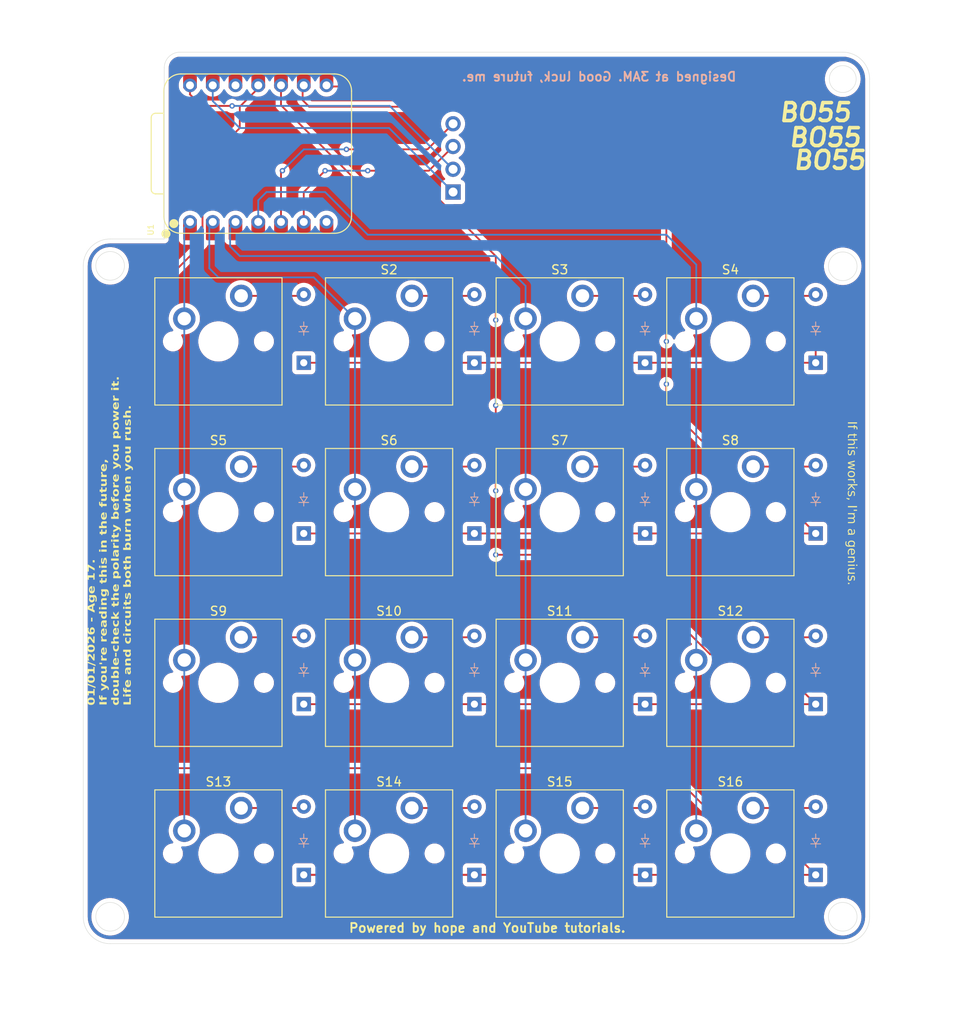
<source format=kicad_pcb>
(kicad_pcb (version 20241229) (generator "pcbnew") (generator_version "9.0")
  (layers (0 "F.Cu" signal) (2 "B.Cu" signal) (13 "F.Paste" user) (15 "B.Paste" user) (5 "F.SilkS" user "F.Silkscreen") (7 "B.SilkS" user "B.Silkscreen") (1 "F.Mask" user) (3 "B.Mask" user) (25 "Edge.Cuts" user))
  (net 0 "")
  (net 1 "Net-(D1-A)")
  (net 2 "ROW 0")
  (net 3 "Net-(D2-A)")
  (net 4 "Net-(D3-A)")
  (net 5 "Net-(D4-A)")
  (net 6 "Net-(D5-A)")
  (net 7 "ROW 1")
  (net 8 "Net-(D6-A)")
  (net 9 "Net-(D7-A)")
  (net 10 "Net-(D8-A)")
  (net 11 "ROW 2")
  (net 12 "Net-(D9-A)")
  (net 13 "Net-(D10-A)")
  (net 14 "Net-(D11-A)")
  (net 15 "Net-(D12-A)")
  (net 16 "Net-(D29-A)")
  (net 17 "ROW 3")
  (net 18 "Net-(D30-A)")
  (net 19 "Net-(D31-A)")
  (net 20 "Net-(D32-A)")
  (net 21 "Net-(J2-SDA)")
  (net 22 "Net-(J2-SCL)")
  (net 23 "Net-(J2-GND)")
  (net 24 "Net-(J2-VCC)")
  (net 25 "Column 0")
  (net 26 "Column 1")
  (net 27 "Column 2")
  (net 28 "Column 3")
  (footprint "ScottoKeebs_Components:OLED_128x32" (layer "F.Cu") (at 81.74375 30.68125)
    (property "Reference" "J2" (hide yes))
    (property "Value" "OLED_128x32")
    (pad "1" thru_hole rect (at 1.6 9.8 180) (size 1.7 1.7) (drill 1) (layers "*.Cu" "*.Mask") (net 23 "Net-(J2-GND)"))
    (pad "2" thru_hole oval (at 1.6 7.26 180) (size 1.7 1.7) (drill 1) (layers "*.Cu" "*.Mask") (net 24 "Net-(J2-VCC)"))
    (pad "3" thru_hole oval (at 1.6 4.72 180) (size 1.7 1.7) (drill 1) (layers "*.Cu" "*.Mask") (net 22 "Net-(J2-SCL)"))
    (pad "4" thru_hole oval (at 1.6 2.18 180) (size 1.7 1.7) (drill 1) (layers "*.Cu" "*.Mask") (net 21 "Net-(J2-SDA)"))
  )
  (footprint "ScottoKeebs_MX:MX_PCB_1.00u" (layer "F.Cu") (at 57.15 95.25)
    (property "Reference" "S9" (at 0 -8 0) (layer "F.SilkS"))
    (property "Value" "~")
    (pad "" np_thru_hole circle (at -5.08 0) (size 1.75 1.75) (drill 1.75) (layers "*.Cu" "*.Mask"))
    (pad "" np_thru_hole circle (at 0 0) (size 4 4) (drill 4) (layers "*.Cu" "*.Mask"))
    (pad "" np_thru_hole circle (at 5.08 0) (size 1.75 1.75) (drill 1.75) (layers "*.Cu" "*.Mask"))
    (pad "1" thru_hole circle (at -3.81 -2.54) (size 2.5 2.5) (drill 1.5) (layers "*.Cu" "*.Mask") (net 25 "Column 0"))
    (pad "2" thru_hole circle (at 2.54 -5.08) (size 2.5 2.5) (drill 1.5) (layers "*.Cu" "*.Mask") (net 12 "Net-(D9-A)"))
  )
  (footprint "ScottoKeebs_MX:MX_PCB_1.00u" (layer "F.Cu") (at 76.2 114.3)
    (property "Reference" "S14" (at 0 -8 0) (layer "F.SilkS"))
    (property "Value" "~")
    (pad "" np_thru_hole circle (at -5.08 0) (size 1.75 1.75) (drill 1.75) (layers "*.Cu" "*.Mask"))
    (pad "" np_thru_hole circle (at 0 0) (size 4 4) (drill 4) (layers "*.Cu" "*.Mask"))
    (pad "" np_thru_hole circle (at 5.08 0) (size 1.75 1.75) (drill 1.75) (layers "*.Cu" "*.Mask"))
    (pad "1" thru_hole circle (at -3.81 -2.54) (size 2.5 2.5) (drill 1.5) (layers "*.Cu" "*.Mask") (net 26 "Column 1"))
    (pad "2" thru_hole circle (at 2.54 -5.08) (size 2.5 2.5) (drill 1.5) (layers "*.Cu" "*.Mask") (net 18 "Net-(D30-A)"))
  )
  (footprint "ScottoKeebs_MX:MX_PCB_1.00u" (layer "F.Cu") (at 95.25 57.15)
    (property "Reference" "S3" (at 0 -8 0) (layer "F.SilkS"))
    (property "Value" "~")
    (pad "" np_thru_hole circle (at -5.08 0) (size 1.75 1.75) (drill 1.75) (layers "*.Cu" "*.Mask"))
    (pad "" np_thru_hole circle (at 0 0) (size 4 4) (drill 4) (layers "*.Cu" "*.Mask"))
    (pad "" np_thru_hole circle (at 5.08 0) (size 1.75 1.75) (drill 1.75) (layers "*.Cu" "*.Mask"))
    (pad "1" thru_hole circle (at -3.81 -2.54) (size 2.5 2.5) (drill 1.5) (layers "*.Cu" "*.Mask") (net 27 "Column 2"))
    (pad "2" thru_hole circle (at 2.54 -5.08) (size 2.5 2.5) (drill 1.5) (layers "*.Cu" "*.Mask") (net 4 "Net-(D3-A)"))
  )
  (footprint "ScottoKeebs_MX:MX_PCB_1.00u" (layer "F.Cu") (at 114.3 114.3)
    (property "Reference" "S16" (at 0 -8 0) (layer "F.SilkS"))
    (property "Value" "~")
    (pad "" np_thru_hole circle (at -5.08 0) (size 1.75 1.75) (drill 1.75) (layers "*.Cu" "*.Mask"))
    (pad "" np_thru_hole circle (at 0 0) (size 4 4) (drill 4) (layers "*.Cu" "*.Mask"))
    (pad "" np_thru_hole circle (at 5.08 0) (size 1.75 1.75) (drill 1.75) (layers "*.Cu" "*.Mask"))
    (pad "1" thru_hole circle (at -3.81 -2.54) (size 2.5 2.5) (drill 1.5) (layers "*.Cu" "*.Mask") (net 28 "Column 3"))
    (pad "2" thru_hole circle (at 2.54 -5.08) (size 2.5 2.5) (drill 1.5) (layers "*.Cu" "*.Mask") (net 20 "Net-(D32-A)"))
  )
  (footprint "OPL lib:XIAO-RP2040-DIP" (layer "F.Cu") (at 61.595 36.195 90)
    (property "Reference" "U1" (at -8.5 -12 90) (layer "F.SilkS") (effects (font (size 0.635 0.635) (thickness 0.1016))))
    (property "Value" "XIAO-RP2040-DIP")
    (pad "1" smd roundrect (at -8.455 -7.62 270) (size 2.432 1.524) (layers "F.Cu" "F.Mask") (roundrect_rratio 0.1) (net 25 "Column 0"))
    (pad "1" thru_hole circle (at -7.62 -7.62 270) (size 1.524 1.524) (drill 0.889) (layers "*.Cu" "*.Mask") (net 25 "Column 0"))
    (pad "2" smd roundrect (at -8.455 -5.08 270) (size 2.432 1.524) (layers "F.Cu" "F.Mask") (roundrect_rratio 0.1) (net 26 "Column 1"))
    (pad "2" thru_hole circle (at -7.62 -5.08 270) (size 1.524 1.524) (drill 0.889) (layers "*.Cu" "*.Mask") (net 26 "Column 1"))
    (pad "3" smd roundrect (at -8.455 -2.54 270) (size 2.432 1.524) (layers "F.Cu" "F.Mask") (roundrect_rratio 0.1) (net 27 "Column 2"))
    (pad "3" thru_hole circle (at -7.62 -2.54 270) (size 1.524 1.524) (drill 0.889) (layers "*.Cu" "*.Mask") (net 27 "Column 2"))
    (pad "4" smd roundrect (at -8.455 0 270) (size 2.432 1.524) (layers "F.Cu" "F.Mask") (roundrect_rratio 0.1) (net 28 "Column 3"))
    (pad "4" thru_hole circle (at -7.62 0 270) (size 1.524 1.524) (drill 0.889) (layers "*.Cu" "*.Mask") (net 28 "Column 3"))
    (pad "5" smd roundrect (at -8.455 2.54 270) (size 2.432 1.524) (layers "F.Cu" "F.Mask") (roundrect_rratio 0.1) (net 21 "Net-(J2-SDA)"))
    (pad "5" thru_hole circle (at -7.62 2.54 270) (size 1.524 1.524) (drill 0.889) (layers "*.Cu" "*.Mask") (net 21 "Net-(J2-SDA)"))
    (pad "6" smd roundrect (at -8.455 5.08 270) (size 2.432 1.524) (layers "F.Cu" "F.Mask") (roundrect_rratio 0.1) (net 22 "Net-(J2-SCL)"))
    (pad "6" thru_hole circle (at -7.62 5.08 270) (size 1.524 1.524) (drill 0.889) (layers "*.Cu" "*.Mask") (net 22 "Net-(J2-SCL)"))
    (pad "7" smd roundrect (at -8.455 7.62 270) (size 2.432 1.524) (layers "F.Cu" "F.Mask") (roundrect_rratio 0.1))
    (pad "7" thru_hole circle (at -7.62 7.62 270) (size 1.524 1.524) (drill 0.889) (layers "*.Cu" "*.Mask"))
    (pad "8" thru_hole circle (at 7.62 7.62 90) (size 1.524 1.524) (drill 0.889) (layers "*.Cu" "*.Mask") (net 2 "ROW 0"))
    (pad "8" smd roundrect (at 8.455 7.62 90) (size 2.432 1.524) (layers "F.Cu" "F.Mask") (roundrect_rratio 0.1) (net 2 "ROW 0"))
    (pad "9" thru_hole circle (at 7.62 5.08 90) (size 1.524 1.524) (drill 0.889) (layers "*.Cu" "*.Mask") (net 7 "ROW 1"))
    (pad "9" smd roundrect (at 8.455 5.08 90) (size 2.432 1.524) (layers "F.Cu" "F.Mask") (roundrect_rratio 0.1) (net 7 "ROW 1"))
    (pad "10" thru_hole circle (at 7.62 2.54 90) (size 1.524 1.524) (drill 0.889) (layers "*.Cu" "*.Mask") (net 11 "ROW 2"))
    (pad "10" smd roundrect (at 8.455 2.54 90) (size 2.432 1.524) (layers "F.Cu" "F.Mask") (roundrect_rratio 0.1) (net 11 "ROW 2"))
    (pad "11" thru_hole circle (at 7.62 0 90) (size 1.524 1.524) (drill 0.889) (layers "*.Cu" "*.Mask") (net 17 "ROW 3"))
    (pad "11" smd roundrect (at 8.455 0 90) (size 2.432 1.524) (layers "F.Cu" "F.Mask") (roundrect_rratio 0.1) (net 17 "ROW 3"))
    (pad "12" thru_hole circle (at 7.62 -2.54 90) (size 1.524 1.524) (drill 0.889) (layers "*.Cu" "*.Mask"))
    (pad "12" smd roundrect (at 8.455 -2.54 90) (size 2.432 1.524) (layers "F.Cu" "F.Mask") (roundrect_rratio 0.1))
    (pad "13" thru_hole circle (at 7.62 -5.08 90) (size 1.524 1.524) (drill 0.889) (layers "*.Cu" "*.Mask") (net 23 "Net-(J2-GND)"))
    (pad "13" smd roundrect (at 8.455 -5.08 90) (size 2.432 1.524) (layers "F.Cu" "F.Mask") (roundrect_rratio 0.1) (net 23 "Net-(J2-GND)"))
    (pad "14" thru_hole circle (at 7.62 -7.62 90) (size 1.524 1.524) (drill 0.889) (layers "*.Cu" "*.Mask") (net 24 "Net-(J2-VCC)"))
    (pad "14" smd roundrect (at 8.455 -7.62 90) (size 2.432 1.524) (layers "F.Cu" "F.Mask") (roundrect_rratio 0.1) (net 24 "Net-(J2-VCC)"))
  )
  (footprint "ScottoKeebs_MX:MX_PCB_1.00u" (layer "F.Cu") (at 57.15 57.15)
    (property "Reference" "S1" (hide yes))
    (property "Value" "~")
    (pad "" np_thru_hole circle (at -5.08 0) (size 1.75 1.75) (drill 1.75) (layers "*.Cu" "*.Mask"))
    (pad "" np_thru_hole circle (at 0 0) (size 4 4) (drill 4) (layers "*.Cu" "*.Mask"))
    (pad "" np_thru_hole circle (at 5.08 0) (size 1.75 1.75) (drill 1.75) (layers "*.Cu" "*.Mask"))
    (pad "1" thru_hole circle (at -3.81 -2.54) (size 2.5 2.5) (drill 1.5) (layers "*.Cu" "*.Mask") (net 25 "Column 0"))
    (pad "2" thru_hole circle (at 2.54 -5.08) (size 2.5 2.5) (drill 1.5) (layers "*.Cu" "*.Mask") (net 1 "Net-(D1-A)"))
  )
  (footprint "ScottoKeebs_MX:MX_PCB_1.00u" (layer "F.Cu") (at 76.2 76.2)
    (property "Reference" "S6" (at 0 -8 0) (layer "F.SilkS"))
    (property "Value" "~")
    (pad "" np_thru_hole circle (at -5.08 0) (size 1.75 1.75) (drill 1.75) (layers "*.Cu" "*.Mask"))
    (pad "" np_thru_hole circle (at 0 0) (size 4 4) (drill 4) (layers "*.Cu" "*.Mask"))
    (pad "" np_thru_hole circle (at 5.08 0) (size 1.75 1.75) (drill 1.75) (layers "*.Cu" "*.Mask"))
    (pad "1" thru_hole circle (at -3.81 -2.54) (size 2.5 2.5) (drill 1.5) (layers "*.Cu" "*.Mask") (net 26 "Column 1"))
    (pad "2" thru_hole circle (at 2.54 -5.08) (size 2.5 2.5) (drill 1.5) (layers "*.Cu" "*.Mask") (net 8 "Net-(D6-A)"))
  )
  (footprint "ScottoKeebs_MX:MX_PCB_1.00u" (layer "F.Cu") (at 114.3 57.15)
    (property "Reference" "S4" (at 0 -8 0) (layer "F.SilkS"))
    (property "Value" "~")
    (pad "" np_thru_hole circle (at -5.08 0) (size 1.75 1.75) (drill 1.75) (layers "*.Cu" "*.Mask"))
    (pad "" np_thru_hole circle (at 0 0) (size 4 4) (drill 4) (layers "*.Cu" "*.Mask"))
    (pad "" np_thru_hole circle (at 5.08 0) (size 1.75 1.75) (drill 1.75) (layers "*.Cu" "*.Mask"))
    (pad "1" thru_hole circle (at -3.81 -2.54) (size 2.5 2.5) (drill 1.5) (layers "*.Cu" "*.Mask") (net 28 "Column 3"))
    (pad "2" thru_hole circle (at 2.54 -5.08) (size 2.5 2.5) (drill 1.5) (layers "*.Cu" "*.Mask") (net 5 "Net-(D4-A)"))
  )
  (footprint "ScottoKeebs_MX:MX_PCB_1.00u" (layer "F.Cu") (at 57.15 114.3)
    (property "Reference" "S13" (at 0 -8 0) (layer "F.SilkS"))
    (property "Value" "~")
    (pad "" np_thru_hole circle (at -5.08 0) (size 1.75 1.75) (drill 1.75) (layers "*.Cu" "*.Mask"))
    (pad "" np_thru_hole circle (at 0 0) (size 4 4) (drill 4) (layers "*.Cu" "*.Mask"))
    (pad "" np_thru_hole circle (at 5.08 0) (size 1.75 1.75) (drill 1.75) (layers "*.Cu" "*.Mask"))
    (pad "1" thru_hole circle (at -3.81 -2.54) (size 2.5 2.5) (drill 1.5) (layers "*.Cu" "*.Mask") (net 25 "Column 0"))
    (pad "2" thru_hole circle (at 2.54 -5.08) (size 2.5 2.5) (drill 1.5) (layers "*.Cu" "*.Mask") (net 16 "Net-(D29-A)"))
  )
  (footprint "ScottoKeebs_MX:MX_PCB_1.00u" (layer "F.Cu") (at 95.25 114.3)
    (property "Reference" "S15" (at 0 -8 0) (layer "F.SilkS"))
    (property "Value" "~")
    (pad "" np_thru_hole circle (at -5.08 0) (size 1.75 1.75) (drill 1.75) (layers "*.Cu" "*.Mask"))
    (pad "" np_thru_hole circle (at 0 0) (size 4 4) (drill 4) (layers "*.Cu" "*.Mask"))
    (pad "" np_thru_hole circle (at 5.08 0) (size 1.75 1.75) (drill 1.75) (layers "*.Cu" "*.Mask"))
    (pad "1" thru_hole circle (at -3.81 -2.54) (size 2.5 2.5) (drill 1.5) (layers "*.Cu" "*.Mask") (net 27 "Column 2"))
    (pad "2" thru_hole circle (at 2.54 -5.08) (size 2.5 2.5) (drill 1.5) (layers "*.Cu" "*.Mask") (net 19 "Net-(D31-A)"))
  )
  (footprint "ScottoKeebs_MX:MX_PCB_1.00u" (layer "F.Cu") (at 76.2 95.25)
    (property "Reference" "S10" (at 0 -8 0) (layer "F.SilkS"))
    (property "Value" "~")
    (pad "" np_thru_hole circle (at -5.08 0) (size 1.75 1.75) (drill 1.75) (layers "*.Cu" "*.Mask"))
    (pad "" np_thru_hole circle (at 0 0) (size 4 4) (drill 4) (layers "*.Cu" "*.Mask"))
    (pad "" np_thru_hole circle (at 5.08 0) (size 1.75 1.75) (drill 1.75) (layers "*.Cu" "*.Mask"))
    (pad "1" thru_hole circle (at -3.81 -2.54) (size 2.5 2.5) (drill 1.5) (layers "*.Cu" "*.Mask") (net 26 "Column 1"))
    (pad "2" thru_hole circle (at 2.54 -5.08) (size 2.5 2.5) (drill 1.5) (layers "*.Cu" "*.Mask") (net 13 "Net-(D10-A)"))
  )
  (footprint "ScottoKeebs_MX:MX_PCB_1.00u" (layer "F.Cu") (at 57.15 76.2)
    (property "Reference" "S5" (at 0 -8 0) (layer "F.SilkS"))
    (property "Value" "~")
    (pad "" np_thru_hole circle (at -5.08 0) (size 1.75 1.75) (drill 1.75) (layers "*.Cu" "*.Mask"))
    (pad "" np_thru_hole circle (at 0 0) (size 4 4) (drill 4) (layers "*.Cu" "*.Mask"))
    (pad "" np_thru_hole circle (at 5.08 0) (size 1.75 1.75) (drill 1.75) (layers "*.Cu" "*.Mask"))
    (pad "1" thru_hole circle (at -3.81 -2.54) (size 2.5 2.5) (drill 1.5) (layers "*.Cu" "*.Mask") (net 25 "Column 0"))
    (pad "2" thru_hole circle (at 2.54 -5.08) (size 2.5 2.5) (drill 1.5) (layers "*.Cu" "*.Mask") (net 6 "Net-(D5-A)"))
  )
  (footprint "ScottoKeebs_MX:MX_PCB_1.00u" (layer "F.Cu") (at 76.2 57.15)
    (property "Reference" "S2" (at 0 -8 0) (layer "F.SilkS"))
    (property "Value" "~")
    (pad "" np_thru_hole circle (at -5.08 0) (size 1.75 1.75) (drill 1.75) (layers "*.Cu" "*.Mask"))
    (pad "" np_thru_hole circle (at 0 0) (size 4 4) (drill 4) (layers "*.Cu" "*.Mask"))
    (pad "" np_thru_hole circle (at 5.08 0) (size 1.75 1.75) (drill 1.75) (layers "*.Cu" "*.Mask"))
    (pad "1" thru_hole circle (at -3.81 -2.54) (size 2.5 2.5) (drill 1.5) (layers "*.Cu" "*.Mask") (net 26 "Column 1"))
    (pad "2" thru_hole circle (at 2.54 -5.08) (size 2.5 2.5) (drill 1.5) (layers "*.Cu" "*.Mask") (net 3 "Net-(D2-A)"))
  )
  (footprint "ScottoKeebs_MX:MX_PCB_1.00u" (layer "F.Cu") (at 114.3 76.2)
    (property "Reference" "S8" (at 0 -8 0) (layer "F.SilkS"))
    (property "Value" "~")
    (pad "" np_thru_hole circle (at -5.08 0) (size 1.75 1.75) (drill 1.75) (layers "*.Cu" "*.Mask"))
    (pad "" np_thru_hole circle (at 0 0) (size 4 4) (drill 4) (layers "*.Cu" "*.Mask"))
    (pad "" np_thru_hole circle (at 5.08 0) (size 1.75 1.75) (drill 1.75) (layers "*.Cu" "*.Mask"))
    (pad "1" thru_hole circle (at -3.81 -2.54) (size 2.5 2.5) (drill 1.5) (layers "*.Cu" "*.Mask") (net 28 "Column 3"))
    (pad "2" thru_hole circle (at 2.54 -5.08) (size 2.5 2.5) (drill 1.5) (layers "*.Cu" "*.Mask") (net 10 "Net-(D8-A)"))
  )
  (footprint "ScottoKeebs_MX:MX_PCB_1.00u" (layer "F.Cu") (at 95.25 76.2)
    (property "Reference" "S7" (at 0 -8 0) (layer "F.SilkS"))
    (property "Value" "~")
    (pad "" np_thru_hole circle (at -5.08 0) (size 1.75 1.75) (drill 1.75) (layers "*.Cu" "*.Mask"))
    (pad "" np_thru_hole circle (at 0 0) (size 4 4) (drill 4) (layers "*.Cu" "*.Mask"))
    (pad "" np_thru_hole circle (at 5.08 0) (size 1.75 1.75) (drill 1.75) (layers "*.Cu" "*.Mask"))
    (pad "1" thru_hole circle (at -3.81 -2.54) (size 2.5 2.5) (drill 1.5) (layers "*.Cu" "*.Mask") (net 27 "Column 2"))
    (pad "2" thru_hole circle (at 2.54 -5.08) (size 2.5 2.5) (drill 1.5) (layers "*.Cu" "*.Mask") (net 9 "Net-(D7-A)"))
  )
  (footprint "ScottoKeebs_MX:MX_PCB_1.00u" (layer "F.Cu") (at 114.3 95.25)
    (property "Reference" "S12" (at 0 -8 0) (layer "F.SilkS"))
    (property "Value" "~")
    (pad "" np_thru_hole circle (at -5.08 0) (size 1.75 1.75) (drill 1.75) (layers "*.Cu" "*.Mask"))
    (pad "" np_thru_hole circle (at 0 0) (size 4 4) (drill 4) (layers "*.Cu" "*.Mask"))
    (pad "" np_thru_hole circle (at 5.08 0) (size 1.75 1.75) (drill 1.75) (layers "*.Cu" "*.Mask"))
    (pad "1" thru_hole circle (at -3.81 -2.54) (size 2.5 2.5) (drill 1.5) (layers "*.Cu" "*.Mask") (net 28 "Column 3"))
    (pad "2" thru_hole circle (at 2.54 -5.08) (size 2.5 2.5) (drill 1.5) (layers "*.Cu" "*.Mask") (net 15 "Net-(D12-A)"))
  )
  (footprint "ScottoKeebs_MX:MX_PCB_1.00u" (layer "F.Cu") (at 95.25 95.25)
    (property "Reference" "S11" (at 0 -8 0) (layer "F.SilkS"))
    (property "Value" "~")
    (pad "" np_thru_hole circle (at -5.08 0) (size 1.75 1.75) (drill 1.75) (layers "*.Cu" "*.Mask"))
    (pad "" np_thru_hole circle (at 0 0) (size 4 4) (drill 4) (layers "*.Cu" "*.Mask"))
    (pad "" np_thru_hole circle (at 5.08 0) (size 1.75 1.75) (drill 1.75) (layers "*.Cu" "*.Mask"))
    (pad "1" thru_hole circle (at -3.81 -2.54) (size 2.5 2.5) (drill 1.5) (layers "*.Cu" "*.Mask") (net 27 "Column 2"))
    (pad "2" thru_hole circle (at 2.54 -5.08) (size 2.5 2.5) (drill 1.5) (layers "*.Cu" "*.Mask") (net 14 "Net-(D11-A)"))
  )
  (footprint "ScottoKeebs_Components:Diode_DO-35" (layer "B.Cu") (at 85.725 97.63125 90)
    (property "Reference" "D10" (hide yes))
    (property "Value" "~" (hide yes))
    (pad "1" thru_hole rect (at 0 0 90) (size 1.6 1.6) (drill 0.8) (layers "*.Cu" "*.Mask") (net 11 "ROW 2"))
    (pad "2" thru_hole oval (at 7.62 0 90) (size 1.6 1.6) (drill 0.8) (layers "*.Cu" "*.Mask") (net 13 "Net-(D10-A)"))
  )
  (footprint "ScottoKeebs_Components:Diode_DO-35" (layer "B.Cu") (at 104.775 59.53125 90)
    (property "Reference" "D3" (hide yes))
    (property "Value" "~" (hide yes))
    (pad "1" thru_hole rect (at 0 0 90) (size 1.6 1.6) (drill 0.8) (layers "*.Cu" "*.Mask") (net 2 "ROW 0"))
    (pad "2" thru_hole oval (at 7.62 0 90) (size 1.6 1.6) (drill 0.8) (layers "*.Cu" "*.Mask") (net 4 "Net-(D3-A)"))
  )
  (footprint "ScottoKeebs_Components:Diode_DO-35" (layer "B.Cu") (at 104.775 78.58125 90)
    (property "Reference" "D7" (hide yes))
    (property "Value" "~" (hide yes))
    (pad "1" thru_hole rect (at 0 0 90) (size 1.6 1.6) (drill 0.8) (layers "*.Cu" "*.Mask") (net 7 "ROW 1"))
    (pad "2" thru_hole oval (at 7.62 0 90) (size 1.6 1.6) (drill 0.8) (layers "*.Cu" "*.Mask") (net 9 "Net-(D7-A)"))
  )
  (footprint "ScottoKeebs_Components:Diode_DO-35" (layer "B.Cu") (at 104.775 116.68125 90)
    (property "Reference" "D31" (hide yes))
    (property "Value" "~" (hide yes))
    (pad "1" thru_hole rect (at 0 0 90) (size 1.6 1.6) (drill 0.8) (layers "*.Cu" "*.Mask") (net 17 "ROW 3"))
    (pad "2" thru_hole oval (at 7.62 0 90) (size 1.6 1.6) (drill 0.8) (layers "*.Cu" "*.Mask") (net 19 "Net-(D31-A)"))
  )
  (footprint "ScottoKeebs_Components:Diode_DO-35" (layer "B.Cu") (at 85.725 59.53125 90)
    (property "Reference" "D2" (hide yes))
    (property "Value" "~" (hide yes))
    (pad "1" thru_hole rect (at 0 0 90) (size 1.6 1.6) (drill 0.8) (layers "*.Cu" "*.Mask") (net 2 "ROW 0"))
    (pad "2" thru_hole oval (at 7.62 0 90) (size 1.6 1.6) (drill 0.8) (layers "*.Cu" "*.Mask") (net 3 "Net-(D2-A)"))
  )
  (footprint "ScottoKeebs_Components:Diode_DO-35" (layer "B.Cu") (at 123.825 116.68125 90)
    (property "Reference" "D32" (hide yes))
    (property "Value" "~" (hide yes))
    (pad "1" thru_hole rect (at 0 0 90) (size 1.6 1.6) (drill 0.8) (layers "*.Cu" "*.Mask") (net 17 "ROW 3"))
    (pad "2" thru_hole oval (at 7.62 0 90) (size 1.6 1.6) (drill 0.8) (layers "*.Cu" "*.Mask") (net 20 "Net-(D32-A)"))
  )
  (footprint "ScottoKeebs_Components:Diode_DO-35" (layer "B.Cu") (at 85.725 78.58125 90)
    (property "Reference" "D6" (hide yes))
    (property "Value" "~" (hide yes))
    (pad "1" thru_hole rect (at 0 0 90) (size 1.6 1.6) (drill 0.8) (layers "*.Cu" "*.Mask") (net 7 "ROW 1"))
    (pad "2" thru_hole oval (at 7.62 0 90) (size 1.6 1.6) (drill 0.8) (layers "*.Cu" "*.Mask") (net 8 "Net-(D6-A)"))
  )
  (footprint "ScottoKeebs_Components:Diode_DO-35" (layer "B.Cu") (at 66.675 78.58125 90)
    (property "Reference" "D5" (hide yes))
    (property "Value" "~" (hide yes))
    (pad "1" thru_hole rect (at 0 0 90) (size 1.6 1.6) (drill 0.8) (layers "*.Cu" "*.Mask") (net 7 "ROW 1"))
    (pad "2" thru_hole oval (at 7.62 0 90) (size 1.6 1.6) (drill 0.8) (layers "*.Cu" "*.Mask") (net 6 "Net-(D5-A)"))
  )
  (footprint "ScottoKeebs_Components:Diode_DO-35" (layer "B.Cu") (at 66.675 59.53125 90)
    (property "Reference" "D1" (hide yes))
    (property "Value" "~" (hide yes))
    (pad "1" thru_hole rect (at 0 0 90) (size 1.6 1.6) (drill 0.8) (layers "*.Cu" "*.Mask") (net 2 "ROW 0"))
    (pad "2" thru_hole oval (at 7.62 0 90) (size 1.6 1.6) (drill 0.8) (layers "*.Cu" "*.Mask") (net 1 "Net-(D1-A)"))
  )
  (footprint "ScottoKeebs_Components:Diode_DO-35" (layer "B.Cu") (at 123.825 97.63125 90)
    (property "Reference" "D12" (hide yes))
    (property "Value" "~" (hide yes))
    (pad "1" thru_hole rect (at 0 0 90) (size 1.6 1.6) (drill 0.8) (layers "*.Cu" "*.Mask") (net 11 "ROW 2"))
    (pad "2" thru_hole oval (at 7.62 0 90) (size 1.6 1.6) (drill 0.8) (layers "*.Cu" "*.Mask") (net 15 "Net-(D12-A)"))
  )
  (footprint "ScottoKeebs_Components:Diode_DO-35" (layer "B.Cu") (at 123.825 59.53125 90)
    (property "Reference" "D4" (hide yes))
    (property "Value" "~" (hide yes))
    (pad "1" thru_hole rect (at 0 0 90) (size 1.6 1.6) (drill 0.8) (layers "*.Cu" "*.Mask") (net 2 "ROW 0"))
    (pad "2" thru_hole oval (at 7.62 0 90) (size 1.6 1.6) (drill 0.8) (layers "*.Cu" "*.Mask") (net 5 "Net-(D4-A)"))
  )
  (footprint "ScottoKeebs_Components:Diode_DO-35" (layer "B.Cu") (at 123.825 78.58125 90)
    (property "Reference" "D8" (hide yes))
    (property "Value" "~" (hide yes))
    (pad "1" thru_hole rect (at 0 0 90) (size 1.6 1.6) (drill 0.8) (layers "*.Cu" "*.Mask") (net 7 "ROW 1"))
    (pad "2" thru_hole oval (at 7.62 0 90) (size 1.6 1.6) (drill 0.8) (layers "*.Cu" "*.Mask") (net 10 "Net-(D8-A)"))
  )
  (footprint "ScottoKeebs_Components:Diode_DO-35" (layer "B.Cu") (at 104.775 97.63125 90)
    (property "Reference" "D11" (hide yes))
    (property "Value" "~" (hide yes))
    (pad "1" thru_hole rect (at 0 0 90) (size 1.6 1.6) (drill 0.8) (layers "*.Cu" "*.Mask") (net 11 "ROW 2"))
    (pad "2" thru_hole oval (at 7.62 0 90) (size 1.6 1.6) (drill 0.8) (layers "*.Cu" "*.Mask") (net 14 "Net-(D11-A)"))
  )
  (footprint "ScottoKeebs_Components:Diode_DO-35" (layer "B.Cu") (at 66.675 116.68125 90)
    (property "Reference" "D29" (hide yes))
    (property "Value" "~" (hide yes))
    (pad "1" thru_hole rect (at 0 0 90) (size 1.6 1.6) (drill 0.8) (layers "*.Cu" "*.Mask") (net 17 "ROW 3"))
    (pad "2" thru_hole oval (at 7.62 0 90) (size 1.6 1.6) (drill 0.8) (layers "*.Cu" "*.Mask") (net 16 "Net-(D29-A)"))
  )
  (footprint "ScottoKeebs_Components:Diode_DO-35" (layer "B.Cu") (at 66.675 97.63125 90)
    (property "Reference" "D9" (hide yes))
    (property "Value" "~" (hide yes))
    (pad "1" thru_hole rect (at 0 0 90) (size 1.6 1.6) (drill 0.8) (layers "*.Cu" "*.Mask") (net 11 "ROW 2"))
    (pad "2" thru_hole oval (at 7.62 0 90) (size 1.6 1.6) (drill 0.8) (layers "*.Cu" "*.Mask") (net 12 "Net-(D9-A)"))
  )
  (footprint "ScottoKeebs_Components:Diode_DO-35" (layer "B.Cu") (at 85.725 116.68125 90)
    (property "Reference" "D30" (hide yes))
    (property "Value" "~" (hide yes))
    (pad "1" thru_hole rect (at 0 0 90) (size 1.6 1.6) (drill 0.8) (layers "*.Cu" "*.Mask") (net 17 "ROW 3"))
    (pad "2" thru_hole oval (at 7.62 0 90) (size 1.6 1.6) (drill 0.8) (layers "*.Cu" "*.Mask") (net 18 "Net-(D30-A)"))
  )
  (gr_line (start 126.8448 124.3584) (end 45.0596 124.3584) (stroke (width 0.05)) (layer "Edge.Cuts"))
  (gr_circle (center 126.8448 48.768) (end 128.4448 48.768) (stroke (width 0.05)) (fill no) (layer "Edge.Cuts"))
  (gr_line (start 51.1048 45.72) (end 51.1048 26.6192) (stroke (width 0.05)) (layer "Edge.Cuts"))
  (gr_arc (start 129.8448 121.3584) (mid 128.96612 123.47972) (end 126.8448 124.3584) (stroke (width 0.05)) (layer "Edge.Cuts"))
  (gr_circle (center 126.8448 27.8732) (end 128.3448 27.8732) (stroke (width 0.05)) (fill no) (layer "Edge.Cuts"))
  (gr_line (start 45.0596 45.72) (end 51.1048 45.72) (stroke (width 0.05)) (layer "Edge.Cuts"))
  (gr_line (start 52.8508 24.8732) (end 126.8448 24.8732) (stroke (width 0.05)) (layer "Edge.Cuts"))
  (gr_arc (start 51.1048 26.6192) (mid 51.616192 25.384592) (end 52.8508 24.8732) (stroke (width 0.05)) (layer "Edge.Cuts"))
  (gr_arc (start 45.0596 124.3584) (mid 42.93828 123.47972) (end 42.0596 121.3584) (stroke (width 0.05)) (layer "Edge.Cuts"))
  (gr_circle (center 45.0596 48.72) (end 46.6596 48.72) (stroke (width 0.05)) (fill no) (layer "Edge.Cuts"))
  (gr_circle (center 45.0596 121.3584) (end 46.6596 121.3584) (stroke (width 0.05)) (fill no) (layer "Edge.Cuts"))
  (gr_arc (start 126.8448 24.8732) (mid 128.96612 25.75188) (end 129.8448 27.8732) (stroke (width 0.05)) (layer "Edge.Cuts"))
  (gr_line (start 42.0596 121.3584) (end 42.0596 48.72) (stroke (width 0.05)) (layer "Edge.Cuts"))
  (gr_arc (start 42.0596 48.72) (mid 42.93828 46.59868) (end 45.0596 45.72) (stroke (width 0.05)) (layer "Edge.Cuts"))
  (gr_circle (center 126.8448 121.3584) (end 128.4448 121.3584) (stroke (width 0.05)) (fill no) (layer "Edge.Cuts"))
  (gr_line (start 129.8448 27.8732) (end 129.8448 121.3584) (stroke (width 0.05)) (layer "Edge.Cuts"))
  (gr_text "BO55 " (at 121.158 38.1 0) (layer "F.SilkS") (effects (font (size 2 2) (thickness 0.4) (bold yes) (italic yes)) (justify left bottom)))
  (gr_text "01/01/2026 - Age 17.\nIf you're reading this in the future,\ndouble-check the polarity before you power it.\nLife and circuits both burn when you rush." (at 47.498 97.79 90) (layer "F.SilkS") (effects (font (size 0.8 1) (thickness 0.2) (bold yes)) (justify left bottom)))
  (gr_text "BO55 " (at 119.556687 32.766 0) (layer "F.SilkS") (effects (font (size 2 2) (thickness 0.4) (bold yes) (italic yes)) (justify left bottom)))
  (gr_text "Powered by hope and YouTube tutorials." (at 71.628 123.19 0) (layer "F.SilkS") (effects (font (size 1 1) (thickness 0.2) (bold yes)) (justify left bottom)))
  (gr_text "BO55 " (at 120.65 35.56 0) (layer "F.SilkS") (effects (font (size 2 2) (thickness 0.4) (bold yes) (italic yes)) (justify left bottom)))
  (gr_text "If this works, I'm a genius." (at 127.254 66.04 270) (layer "F.SilkS") (effects (font (size 1 1) (thickness 0.1)) (justify left bottom)))
  (gr_text "Designed at 3AM. Good luck, future me." (at 115.062 28.194 -0) (layer "B.SilkS") (effects (font (size 1 1) (thickness 0.2) (bold yes)) (justify left bottom mirror)))
  (segment (start 59.69 52.07) (end 66.51625 52.07) (width 0.2) (layer "F.Cu") (net 1))
  (segment (start 66.51625 52.07) (end 66.675 51.91125) (width 0.2) (layer "F.Cu") (net 1))
  (segment (start 116.68125 54.76875) (end 111.91875 50.00625) (width 0.2) (layer "F.Cu") (net 2))
  (segment (start 69.342 28.702) (end 69.215 28.575) (width 0.2) (layer "F.Cu") (net 2))
  (segment (start 123.825 57.15) (end 121.44375 54.76875) (width 0.2) (layer "F.Cu") (net 2))
  (segment (start 85.725 59.53125) (end 104.775 59.53125) (width 0.2) (layer "F.Cu") (net 2))
  (segment (start 66.675 59.53125) (end 85.725 59.53125) (width 0.2) (layer "F.Cu") (net 2))
  (segment (start 111.91875 50.00625) (end 111.91875 30.95625) (width 0.2) (layer "F.Cu") (net 2))
  (segment (start 123.825 59.53125) (end 123.825 57.15) (width 0.2) (layer "F.Cu") (net 2))
  (segment (start 104.775 59.53125) (end 123.825 59.53125) (width 0.2) (layer "F.Cu") (net 2))
  (segment (start 121.44375 54.76875) (end 116.68125 54.76875) (width 0.2) (layer "F.Cu") (net 2))
  (segment (start 109.6645 28.702) (end 69.342 28.702) (width 0.2) (layer "F.Cu") (net 2))
  (segment (start 111.91875 30.95625) (end 109.6645 28.702) (width 0.2) (layer "F.Cu") (net 2))
  (segment (start 78.74 52.07) (end 85.56625 52.07) (width 0.2) (layer "F.Cu") (net 3))
  (segment (start 85.56625 52.07) (end 85.725 51.91125) (width 0.2) (layer "F.Cu") (net 3))
  (segment (start 97.79 52.07) (end 104.61625 52.07) (width 0.2) (layer "F.Cu") (net 4))
  (segment (start 104.61625 52.07) (end 104.775 51.91125) (width 0.2) (layer "F.Cu") (net 4))
  (segment (start 116.84 52.07) (end 123.66625 52.07) (width 0.2) (layer "F.Cu") (net 5))
  (segment (start 123.66625 52.07) (end 123.825 51.91125) (width 0.2) (layer "F.Cu") (net 5))
  (segment (start 59.69 71.12) (end 66.51625 71.12) (width 0.2) (layer "F.Cu") (net 6))
  (segment (start 66.51625 71.12) (end 66.675 70.96125) (width 0.2) (layer "F.Cu") (net 6))
  (segment (start 107.15625 61.9125) (end 107.15625 64.29375) (width 0.2) (layer "F.Cu") (net 7))
  (segment (start 107.15625 64.29375) (end 116.68125 73.81875) (width 0.2) (layer "F.Cu") (net 7))
  (segment (start 67.27825 30.95625) (end 104.775 30.95625) (width 0.2) (layer "F.Cu") (net 7))
  (segment (start 66.548 30.226) (end 67.27825 30.95625) (width 0.2) (layer "F.Cu") (net 7))
  (segment (start 66.675 28.575) (end 66.548 28.702) (width 0.2) (layer "F.Cu") (net 7))
  (segment (start 66.675 78.58125) (end 85.725 78.58125) (width 0.2) (layer "F.Cu") (net 7))
  (segment (start 66.548 28.702) (end 66.548 30.226) (width 0.2) (layer "F.Cu") (net 7))
  (segment (start 119.0625 73.81875) (end 123.825 78.58125) (width 0.2) (layer "F.Cu") (net 7))
  (segment (start 107.15625 33.3375) (end 107.15625 57.15) (width 0.2) (layer "F.Cu") (net 7))
  (segment (start 116.68125 73.81875) (end 119.0625 73.81875) (width 0.2) (layer "F.Cu") (net 7))
  (segment (start 85.725 78.58125) (end 123.825 78.58125) (width 0.2) (layer "F.Cu") (net 7))
  (segment (start 104.775 30.95625) (end 107.15625 33.3375) (width 0.2) (layer "F.Cu") (net 7))
  (via (at 107.15625 57.15) (size 0.6) (drill 0.3) (layers "F.Cu" "B.Cu") (net 7))
  (via (at 107.15625 61.9125) (size 0.6) (drill 0.3) (layers "F.Cu" "B.Cu") (net 7))
  (segment (start 107.15625 61.9125) (end 107.15625 57.15) (width 0.2) (layer "B.Cu") (net 7))
  (segment (start 85.56625 71.12) (end 85.725 70.96125) (width 0.2) (layer "F.Cu") (net 8))
  (segment (start 78.74 71.12) (end 85.56625 71.12) (width 0.2) (layer "F.Cu") (net 8))
  (segment (start 97.79 71.12) (end 104.61625 71.12) (width 0.2) (layer "F.Cu") (net 9))
  (segment (start 104.61625 71.12) (end 104.775 70.96125) (width 0.2) (layer "F.Cu") (net 9))
  (segment (start 116.84 71.12) (end 123.66625 71.12) (width 0.2) (layer "F.Cu") (net 10))
  (segment (start 123.66625 71.12) (end 123.825 70.96125) (width 0.2) (layer "F.Cu") (net 10))
  (segment (start 64.135 30.7975) (end 64.135 28.575) (width 0.2) (layer "F.Cu") (net 11))
  (segment (start 100.935946 80.9625) (end 88.10625 80.9625) (width 0.2) (layer "F.Cu") (net 11))
  (segment (start 88.10625 47.625) (end 80.9625 40.48125) (width 0.2) (layer "F.Cu") (net 11))
  (segment (start 123.825 97.63125) (end 118.261304 92.067554) (width 0.2) (layer "F.Cu") (net 11))
  (segment (start 118.261304 92.067554) (end 112.041 92.067554) (width 0.2) (layer "F.Cu") (net 11))
  (segment (start 88.10625 54.76875) (end 88.10625 47.625) (width 0.2) (layer "F.Cu") (net 11))
  (segment (start 73.81875 40.48125) (end 64.135 30.7975) (width 0.2) (layer "F.Cu") (net 11))
  (segment (start 112.041 92.067554) (end 100.935946 80.9625) (width 0.2) (layer "F.Cu") (net 11))
  (segment (start 66.675 97.63125) (end 123.825 97.63125) (width 0.2) (layer "F.Cu") (net 11))
  (segment (start 80.9625 40.48125) (end 73.81875 40.48125) (width 0.2) (layer "F.Cu") (net 11))
  (segment (start 88.10625 73.81875) (end 88.10625 64.29375) (width 0.2) (layer "F.Cu") (net 11))
  (via (at 88.10625 54.76875) (size 0.6) (drill 0.3) (layers "F.Cu" "B.Cu") (net 11))
  (via (at 88.10625 64.29375) (size 0.6) (drill 0.3) (layers "F.Cu" "B.Cu") (net 11))
  (via (at 88.10625 80.9625) (size 0.6) (drill 0.3) (layers "F.Cu" "B.Cu") (net 11))
  (via (at 88.10625 73.81875) (size 0.6) (drill 0.3) (layers "F.Cu" "B.Cu") (net 11))
  (segment (start 88.10625 80.9625) (end 88.10625 73.81875) (width 0.2) (layer "B.Cu") (net 11))
  (segment (start 88.10625 64.29375) (end 88.10625 54.76875) (width 0.2) (layer "B.Cu") (net 11))
  (segment (start 66.51625 90.17) (end 66.675 90.01125) (width 0.2) (layer "F.Cu") (net 12))
  (segment (start 59.69 90.17) (end 66.51625 90.17) (width 0.2) (layer "F.Cu") (net 12))
  (segment (start 78.74 90.17) (end 85.56625 90.17) (width 0.2) (layer "F.Cu") (net 13))
  (segment (start 85.56625 90.17) (end 85.725 90.01125) (width 0.2) (layer "F.Cu") (net 13))
  (segment (start 97.79 90.17) (end 104.61625 90.17) (width 0.2) (layer "F.Cu") (net 14))
  (segment (start 104.61625 90.17) (end 104.775 90.01125) (width 0.2) (layer "F.Cu") (net 14))
  (segment (start 123.66625 90.17) (end 123.825 90.01125) (width 0.2) (layer "F.Cu") (net 15))
  (segment (start 116.84 90.17) (end 123.66625 90.17) (width 0.2) (layer "F.Cu") (net 15))
  (segment (start 66.51625 109.22) (end 66.675 109.06125) (width 0.2) (layer "F.Cu") (net 16))
  (segment (start 59.69 109.22) (end 66.51625 109.22) (width 0.2) (layer "F.Cu") (net 16))
  (segment (start 114.3 111.91875) (end 107.15625 104.775) (width 0.2) (layer "F.Cu") (net 17))
  (segment (start 50.00625 104.775) (end 48.768 103.53675) (width 0.2) (layer "F.Cu") (net 17))
  (segment (start 66.675 116.68125) (end 85.725 116.68125) (width 0.2) (layer "F.Cu") (net 17))
  (segment (start 55.372 46.228) (end 55.372 37.49675) (width 0.2) (layer "F.Cu") (net 17))
  (segment (start 119.0625 111.91875) (end 114.3 111.91875) (width 0.2) (layer "F.Cu") (net 17))
  (segment (start 123.825 116.68125) (end 119.0625 111.91875) (width 0.2) (layer "F.Cu") (net 17))
  (segment (start 59.53125 30.95625) (end 61.595 28.8925) (width 0.2) (layer "F.Cu") (net 17))
  (segment (start 59.53125 33.3375) (end 59.53125 30.95625) (width 0.2) (layer "F.Cu") (net 17))
  (segment (start 61.595 28.8925) (end 61.595 28.575) (width 0.2) (layer "F.Cu") (net 17))
  (segment (start 107.15625 104.775) (end 50.00625 104.775) (width 0.2) (layer "F.Cu") (net 17))
  (segment (start 55.372 37.49675) (end 59.53125 33.3375) (width 0.2) (layer "F.Cu") (net 17))
  (segment (start 66.675 116.68125) (end 123.825 116.68125) (width 0.2) (layer "F.Cu") (net 17))
  (segment (start 66.675 116.68125) (end 104.775 116.68125) (width 0.2) (layer "F.Cu") (net 17))
  (segment (start 48.768 52.832) (end 55.372 46.228) (width 0.2) (layer "F.Cu") (net 17))
  (segment (start 48.768 103.53675) (end 48.768 52.832) (width 0.2) (layer "F.Cu") (net 17))
  (segment (start 85.56625 109.22) (end 85.725 109.06125) (width 0.2) (layer "F.Cu") (net 18))
  (segment (start 78.74 109.22) (end 85.56625 109.22) (width 0.2) (layer "F.Cu") (net 18))
  (segment (start 97.79 109.22) (end 104.61625 109.22) (width 0.2) (layer "F.Cu") (net 19))
  (segment (start 104.61625 109.22) (end 104.775 109.06125) (width 0.2) (layer "F.Cu") (net 19))
  (segment (start 116.84 109.22) (end 123.66625 109.22) (width 0.2) (layer "F.Cu") (net 20))
  (segment (start 123.66625 109.22) (end 123.825 109.06125) (width 0.2) (layer "F.Cu") (net 20))
  (segment (start 83.34375 32.86125) (end 80.48625 35.71875) (width 0.2) (layer "F.Cu") (net 21))
  (segment (start 80.48625 35.71875) (end 71.4375 35.71875) (width 0.2) (layer "F.Cu") (net 21))
  (segment (start 64.29375 38.1) (end 64.135 38.25875) (width 0.2) (layer "F.Cu") (net 21))
  (segment (start 64.135 38.25875) (end 64.135 43.815) (width 0.2) (layer "F.Cu") (net 21))
  (via (at 64.29375 38.1) (size 0.6) (drill 0.3) (layers "F.Cu" "B.Cu") (net 21))
  (via (at 71.4375 35.71875) (size 0.6) (drill 0.3) (layers "F.Cu" "B.Cu") (net 21))
  (segment (start 71.4375 35.71875) (end 66.675 35.71875) (width 0.2) (layer "B.Cu") (net 21))
  (segment (start 66.675 35.71875) (end 64.29375 38.1) (width 0.2) (layer "B.Cu") (net 21))
  (segment (start 69.05625 38.1) (end 66.675 40.48125) (width 0.2) (layer "F.Cu") (net 22))
  (segment (start 80.645 38.1) (end 73.81875 38.1) (width 0.2) (layer "F.Cu") (net 22))
  (segment (start 83.34375 35.40125) (end 80.645 38.1) (width 0.2) (layer "F.Cu") (net 22))
  (segment (start 66.675 40.48125) (end 66.675 43.815) (width 0.2) (layer "F.Cu") (net 22))
  (via (at 73.81875 38.1) (size 0.6) (drill 0.3) (layers "F.Cu" "B.Cu") (net 22))
  (via (at 69.05625 38.1) (size 0.6) (drill 0.3) (layers "F.Cu" "B.Cu") (net 22))
  (segment (start 73.81875 38.1) (end 69.05625 38.1) (width 0.2) (layer "B.Cu") (net 22))
  (segment (start 83.34375 40.48125) (end 76.2 33.3375) (width 0.2) (layer "B.Cu") (net 23))
  (segment (start 56.515 30.32125) (end 56.515 28.575) (width 0.2) (layer "B.Cu") (net 23))
  (segment (start 59.53125 33.3375) (end 56.515 30.32125) (width 0.2) (layer "B.Cu") (net 23))
  (segment (start 76.2 33.3375) (end 59.53125 33.3375) (width 0.2) (layer "B.Cu") (net 23))
  (segment (start 55.252786 30.868786) (end 53.975 29.591) (width 0.2) (layer "F.Cu") (net 24))
  (segment (start 53.975 29.591) (end 53.975 28.575) (width 0.2) (layer "F.Cu") (net 24))
  (segment (start 58.676055 30.868786) (end 55.252786 30.868786) (width 0.2) (layer "F.Cu") (net 24))
  (via (at 58.676055 30.868786) (size 0.6) (drill 0.3) (layers "F.Cu" "B.Cu") (net 24))
  (segment (start 83.34375 37.94125) (end 76.271286 30.868786) (width 0.2) (layer "B.Cu") (net 24))
  (segment (start 76.271286 30.868786) (end 58.676055 30.868786) (width 0.2) (layer "B.Cu") (net 24))
  (segment (start 53.34 54.61) (end 53.34 44.45) (width 0.2) (layer "B.Cu") (net 25))
  (segment (start 53.34 54.61) (end 53.34 111.76) (width 0.2) (layer "B.Cu") (net 25))
  (segment (start 53.975 43.815) (end 53.851079 43.815) (width 0.2) (layer "B.Cu") (net 25))
  (segment (start 53.34 44.45) (end 53.975 43.815) (width 0.2) (layer "B.Cu") (net 25))
  (segment (start 56.134 48.99025) (end 56.134 44.196) (width 0.2) (layer "B.Cu") (net 26))
  (segment (start 56.134 44.196) (end 56.515 43.815) (width 0.2) (layer "B.Cu") (net 26))
  (segment (start 72.39 54.61) (end 72.39 111.76) (width 0.2) (layer "B.Cu") (net 26))
  (segment (start 57.15 50.00625) (end 56.134 48.99025) (width 0.2) (layer "B.Cu") (net 26))
  (segment (start 72.39 54.61) (end 67.78625 50.00625) (width 0.2) (layer "B.Cu") (net 26))
  (segment (start 67.78625 50.00625) (end 57.15 50.00625) (width 0.2) (layer "B.Cu") (net 26))
  (segment (start 58.454829 46.548579) (end 58.454829 44.415171) (width 0.2) (layer "B.Cu") (net 27))
  (segment (start 91.44 54.61) (end 91.44 111.76) (width 0.2) (layer "B.Cu") (net 27))
  (segment (start 91.44 54.61) (end 91.44 50.95875) (width 0.2) (layer "B.Cu") (net 27))
  (segment (start 58.454829 44.415171) (end 59.055 43.815) (width 0.2) (layer "B.Cu") (net 27))
  (segment (start 91.44 50.95875) (end 88.10625 47.625) (width 0.2) (layer "B.Cu") (net 27))
  (segment (start 88.10625 47.625) (end 59.53125 47.625) (width 0.2) (layer "B.Cu") (net 27))
  (segment (start 59.53125 47.625) (end 58.454829 46.548579) (width 0.2) (layer "B.Cu") (net 27))
  (segment (start 62.51575 40.48125) (end 61.595 41.402) (width 0.2) (layer "B.Cu") (net 28))
  (segment (start 110.49 48.5775) (end 107.15625 45.24375) (width 0.2) (layer "B.Cu") (net 28))
  (segment (start 73.81875 45.24375) (end 69.05625 40.48125) (width 0.2) (layer "B.Cu") (net 28))
  (segment (start 69.05625 40.48125) (end 62.51575 40.48125) (width 0.2) (layer "B.Cu") (net 28))
  (segment (start 107.15625 45.24375) (end 73.81875 45.24375) (width 0.2) (layer "B.Cu") (net 28))
  (segment (start 61.595 41.402) (end 61.595 43.815) (width 0.2) (layer "B.Cu") (net 28))
  (segment (start 110.49 54.61) (end 110.49 111.76) (width 0.2) (layer "B.Cu") (net 28))
  (segment (start 110.49 54.61) (end 110.49 48.5775) (width 0.2) (layer "B.Cu") (net 28))
  (zone (net 0) (net_name "") (layers "F.Cu" "B.Cu") (connect_pads (clearance 0.5)) (min_thickness 0.25) (fill yes (thermal_gap 0.5) (thermal_bridge_width 0.5) (island_removal_mode 1) (island_area_min 10))
    (polygon (pts (xy 140.716 19.05) (xy 140.716 133.35) (xy 44.196 133.35) (xy 32.766 121.92) (xy 32.766 28.194) (xy 41.91 19.05)))
  )
)
</source>
